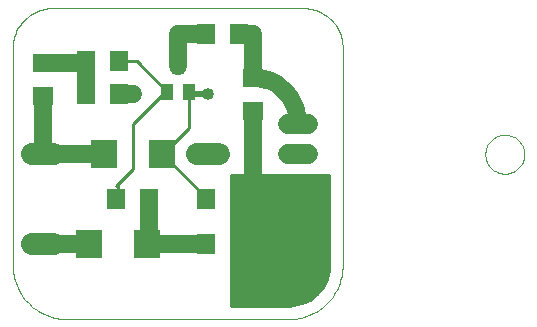
<source format=gtl>
G75*
G70*
%OFA0B0*%
%FSLAX24Y24*%
%IPPOS*%
%LPD*%
%AMOC8*
5,1,8,0,0,1.08239X$1,22.5*
%
%ADD10C,0.0000*%
%ADD11C,0.0660*%
%ADD12R,0.0709X0.0630*%
%ADD13R,0.0630X0.0709*%
%ADD14R,0.0394X0.0551*%
%ADD15R,0.0866X0.0945*%
%ADD16C,0.0740*%
%ADD17C,0.0100*%
%ADD18C,0.0600*%
%ADD19C,0.1200*%
%ADD20C,0.0400*%
%ADD21C,0.0200*%
D10*
X001904Y001670D02*
X009297Y001670D01*
X009297Y001671D02*
X009382Y001673D01*
X009468Y001679D01*
X009553Y001689D01*
X009637Y001703D01*
X009720Y001722D01*
X009803Y001744D01*
X009884Y001770D01*
X009965Y001800D01*
X010043Y001833D01*
X010120Y001871D01*
X010195Y001912D01*
X010268Y001956D01*
X010339Y002004D01*
X010407Y002055D01*
X010473Y002110D01*
X010536Y002167D01*
X010597Y002228D01*
X010654Y002291D01*
X010709Y002357D01*
X010760Y002425D01*
X010808Y002496D01*
X010852Y002569D01*
X010893Y002644D01*
X010931Y002721D01*
X010964Y002799D01*
X010994Y002880D01*
X011020Y002961D01*
X011042Y003044D01*
X011061Y003127D01*
X011075Y003211D01*
X011085Y003296D01*
X011091Y003382D01*
X011093Y003467D01*
X011093Y010721D01*
X011094Y010721D02*
X011092Y010792D01*
X011086Y010864D01*
X011077Y010935D01*
X011063Y011005D01*
X011046Y011074D01*
X011025Y011142D01*
X011000Y011210D01*
X010972Y011275D01*
X010940Y011339D01*
X010905Y011402D01*
X010867Y011462D01*
X010825Y011520D01*
X010780Y011576D01*
X010732Y011629D01*
X010682Y011679D01*
X010629Y011727D01*
X010573Y011772D01*
X010515Y011814D01*
X010455Y011852D01*
X010392Y011887D01*
X010328Y011919D01*
X010263Y011947D01*
X010195Y011972D01*
X010127Y011993D01*
X010058Y012010D01*
X009988Y012024D01*
X009917Y012033D01*
X009845Y012039D01*
X009774Y012041D01*
X009774Y012040D02*
X001426Y012040D01*
X001426Y012041D02*
X001354Y012039D01*
X001283Y012033D01*
X001211Y012024D01*
X001141Y012010D01*
X001071Y011993D01*
X001003Y011972D01*
X000935Y011947D01*
X000869Y011918D01*
X000805Y011887D01*
X000742Y011851D01*
X000682Y011813D01*
X000624Y011771D01*
X000568Y011726D01*
X000514Y011678D01*
X000463Y011627D01*
X000415Y011573D01*
X000370Y011517D01*
X000328Y011459D01*
X000290Y011399D01*
X000254Y011336D01*
X000223Y011272D01*
X000194Y011206D01*
X000169Y011138D01*
X000148Y011070D01*
X000131Y011000D01*
X000117Y010930D01*
X000108Y010858D01*
X000102Y010787D01*
X000100Y010715D01*
X000101Y010715D02*
X000101Y003473D01*
X000103Y003387D01*
X000109Y003302D01*
X000119Y003216D01*
X000134Y003132D01*
X000152Y003048D01*
X000174Y002965D01*
X000200Y002883D01*
X000230Y002803D01*
X000264Y002724D01*
X000301Y002647D01*
X000343Y002572D01*
X000387Y002498D01*
X000435Y002427D01*
X000487Y002358D01*
X000541Y002292D01*
X000599Y002229D01*
X000660Y002168D01*
X000723Y002110D01*
X000789Y002056D01*
X000858Y002004D01*
X000929Y001956D01*
X001002Y001912D01*
X001078Y001870D01*
X001155Y001833D01*
X001234Y001799D01*
X001314Y001769D01*
X001396Y001743D01*
X001479Y001721D01*
X001563Y001703D01*
X001647Y001688D01*
X001733Y001678D01*
X001818Y001672D01*
X001904Y001670D01*
X015851Y007170D02*
X015853Y007220D01*
X015859Y007270D01*
X015869Y007320D01*
X015882Y007368D01*
X015899Y007416D01*
X015920Y007462D01*
X015944Y007506D01*
X015972Y007548D01*
X016003Y007588D01*
X016037Y007625D01*
X016074Y007660D01*
X016113Y007691D01*
X016154Y007720D01*
X016198Y007745D01*
X016244Y007767D01*
X016291Y007785D01*
X016339Y007799D01*
X016388Y007810D01*
X016438Y007817D01*
X016488Y007820D01*
X016539Y007819D01*
X016589Y007814D01*
X016639Y007805D01*
X016687Y007793D01*
X016735Y007776D01*
X016781Y007756D01*
X016826Y007733D01*
X016869Y007706D01*
X016909Y007676D01*
X016947Y007643D01*
X016982Y007607D01*
X017015Y007568D01*
X017044Y007527D01*
X017070Y007484D01*
X017093Y007439D01*
X017112Y007392D01*
X017127Y007344D01*
X017139Y007295D01*
X017147Y007245D01*
X017151Y007195D01*
X017151Y007145D01*
X017147Y007095D01*
X017139Y007045D01*
X017127Y006996D01*
X017112Y006948D01*
X017093Y006901D01*
X017070Y006856D01*
X017044Y006813D01*
X017015Y006772D01*
X016982Y006733D01*
X016947Y006697D01*
X016909Y006664D01*
X016869Y006634D01*
X016826Y006607D01*
X016781Y006584D01*
X016735Y006564D01*
X016687Y006547D01*
X016639Y006535D01*
X016589Y006526D01*
X016539Y006521D01*
X016488Y006520D01*
X016438Y006523D01*
X016388Y006530D01*
X016339Y006541D01*
X016291Y006555D01*
X016244Y006573D01*
X016198Y006595D01*
X016154Y006620D01*
X016113Y006649D01*
X016074Y006680D01*
X016037Y006715D01*
X016003Y006752D01*
X015972Y006792D01*
X015944Y006834D01*
X015920Y006878D01*
X015899Y006924D01*
X015882Y006972D01*
X015869Y007020D01*
X015859Y007070D01*
X015853Y007120D01*
X015851Y007170D01*
D11*
X009931Y007170D02*
X009271Y007170D01*
X009271Y006170D02*
X009931Y006170D01*
X009931Y008170D02*
X009271Y008170D01*
D12*
X008101Y008619D03*
X008101Y009722D03*
X001101Y010222D03*
X001101Y009119D03*
D13*
X002550Y009170D03*
X003652Y009170D03*
X003652Y010270D03*
X002550Y010270D03*
X006550Y011170D03*
X007652Y011170D03*
X007652Y005670D03*
X006550Y005670D03*
X004652Y005670D03*
X003550Y005670D03*
X006550Y004170D03*
X007652Y004170D03*
D14*
X005975Y009237D03*
X005227Y009237D03*
X005601Y010103D03*
D15*
X005067Y007170D03*
X003135Y007170D03*
X002635Y004170D03*
X004567Y004170D03*
D16*
X001471Y004170D02*
X000731Y004170D01*
X000731Y007170D02*
X001471Y007170D01*
X006231Y007170D02*
X006971Y007170D01*
D17*
X007371Y006470D02*
X007371Y002120D01*
X009207Y002120D01*
X009220Y002120D01*
X009297Y002120D01*
X009448Y002129D01*
X009741Y002196D01*
X010013Y002327D01*
X010249Y002515D01*
X010437Y002750D01*
X010437Y002750D01*
X010568Y003022D01*
X010635Y003316D01*
X010643Y003467D01*
X010643Y006470D01*
X007371Y006470D01*
X007371Y006379D02*
X010643Y006379D01*
X010643Y006281D02*
X007371Y006281D01*
X007371Y006182D02*
X010643Y006182D01*
X010643Y006084D02*
X007371Y006084D01*
X007371Y005985D02*
X010643Y005985D01*
X010643Y005887D02*
X007371Y005887D01*
X007371Y005788D02*
X010643Y005788D01*
X010643Y005690D02*
X007371Y005690D01*
X007371Y005591D02*
X010643Y005591D01*
X010643Y005493D02*
X007371Y005493D01*
X007371Y005394D02*
X010643Y005394D01*
X010643Y005296D02*
X007371Y005296D01*
X007371Y005197D02*
X010643Y005197D01*
X010643Y005098D02*
X007371Y005098D01*
X007371Y005000D02*
X010643Y005000D01*
X010643Y004901D02*
X007371Y004901D01*
X007371Y004803D02*
X010643Y004803D01*
X010643Y004704D02*
X007371Y004704D01*
X007371Y004606D02*
X010643Y004606D01*
X010643Y004507D02*
X007371Y004507D01*
X007371Y004409D02*
X010643Y004409D01*
X010643Y004310D02*
X007371Y004310D01*
X007371Y004212D02*
X010643Y004212D01*
X010643Y004113D02*
X007371Y004113D01*
X007371Y004014D02*
X010643Y004014D01*
X010643Y003916D02*
X007371Y003916D01*
X007371Y003817D02*
X010643Y003817D01*
X010643Y003719D02*
X007371Y003719D01*
X007371Y003620D02*
X010643Y003620D01*
X010643Y003522D02*
X007371Y003522D01*
X007371Y003423D02*
X010641Y003423D01*
X010635Y003325D02*
X007371Y003325D01*
X007371Y003226D02*
X010614Y003226D01*
X010592Y003128D02*
X007371Y003128D01*
X007371Y003029D02*
X010569Y003029D01*
X010524Y002930D02*
X007371Y002930D01*
X007371Y002832D02*
X010476Y002832D01*
X010423Y002733D02*
X007371Y002733D01*
X007371Y002635D02*
X010345Y002635D01*
X010266Y002536D02*
X007371Y002536D01*
X007371Y002438D02*
X010152Y002438D01*
X010029Y002339D02*
X007371Y002339D01*
X007371Y002241D02*
X009834Y002241D01*
X009506Y002142D02*
X007371Y002142D01*
X004652Y004222D02*
X004601Y004170D01*
X004567Y004170D01*
X003601Y005670D02*
X003550Y005670D01*
X003601Y005670D02*
X003601Y006170D01*
X004101Y006670D01*
X004101Y008170D01*
X005101Y009170D01*
X005227Y009237D01*
X004244Y010270D01*
X003652Y010270D01*
X002550Y010270D02*
X002499Y010222D01*
X005975Y009237D02*
X005975Y008044D01*
X005101Y007170D01*
X005067Y007170D01*
X005101Y007170D02*
X006550Y005722D01*
X006550Y005670D01*
X003601Y006170D02*
X003550Y006119D01*
X005975Y009237D02*
X006101Y009170D01*
X009601Y008222D02*
X009601Y008170D01*
D18*
X009601Y008222D02*
X009599Y008298D01*
X009593Y008374D01*
X009584Y008449D01*
X009570Y008524D01*
X009553Y008598D01*
X009532Y008671D01*
X009508Y008743D01*
X009479Y008814D01*
X009448Y008883D01*
X009413Y008950D01*
X009374Y009015D01*
X009332Y009079D01*
X009287Y009140D01*
X009239Y009199D01*
X009188Y009255D01*
X009134Y009309D01*
X009078Y009360D01*
X009019Y009408D01*
X008958Y009453D01*
X008894Y009495D01*
X008829Y009534D01*
X008762Y009569D01*
X008693Y009600D01*
X008622Y009629D01*
X008550Y009653D01*
X008477Y009674D01*
X008403Y009691D01*
X008328Y009705D01*
X008253Y009714D01*
X008177Y009720D01*
X008101Y009722D01*
X008101Y011170D01*
X007652Y011170D01*
X006550Y011170D02*
X005601Y011170D01*
X005601Y010103D01*
X004101Y009170D02*
X003652Y009170D01*
X002550Y009170D02*
X002550Y010270D01*
X002499Y010222D02*
X001101Y010222D01*
X001101Y009119D02*
X001101Y007170D01*
X003135Y007170D01*
X004652Y005670D02*
X004652Y004222D01*
X004601Y004170D02*
X006550Y004170D01*
X008101Y005670D02*
X008101Y008619D01*
X002635Y004170D02*
X001101Y004170D01*
D19*
X009601Y003670D03*
D20*
X006601Y009170D03*
X004101Y009170D03*
D21*
X006101Y009170D02*
X006601Y009170D01*
M02*

</source>
